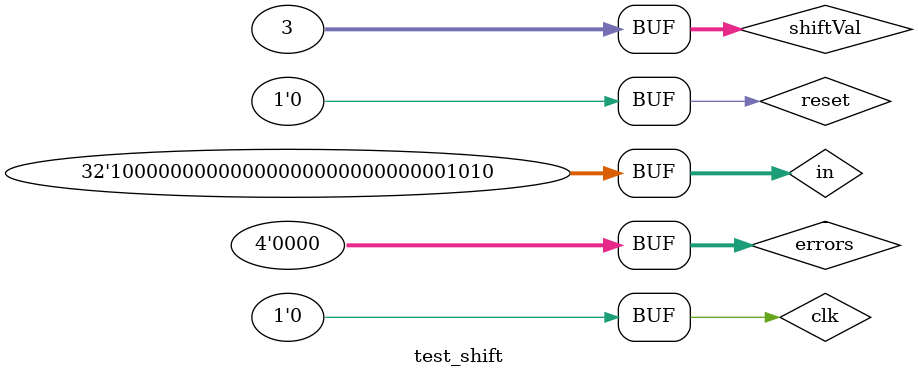
<source format=v>
module test_shift ();
 
	reg reset, clk;
	reg [31:0] in;
	reg [31:0] shiftVal;
	reg [3:0] command;
	
	wire [31:0] OUT;
	
	reg [3:0] vectornum, errors; // bookkeeping variables
	reg [9:0] testvectors[20:0]; // array of testvectors
	
	shift dut (.in(in), .out(OUT), .command(command), .shiftVal(shiftVal));
	
	
	
always
	begin
	clk = 1; #5; clk = 0; #5;
	end
	
initial
	begin
	vectornum = 0; errors = 0;
	reset = 1; #30; reset = 0;
	command = 3'b000;
	shiftVal = 8'h00000003;
	in = 32'b10000000000000000000000000001010;
end


always @(negedge clk)
	if (~reset) begin // skip during reset
			// increment array index and read next testvector
		vectornum = vectornum + 1;
		command = command +1;
		if (testvectors[vectornum] === 5'bx) begin
			$display("%d tests completed with %d errors",
			vectornum, errors);
		end
	end
endmodule

</source>
